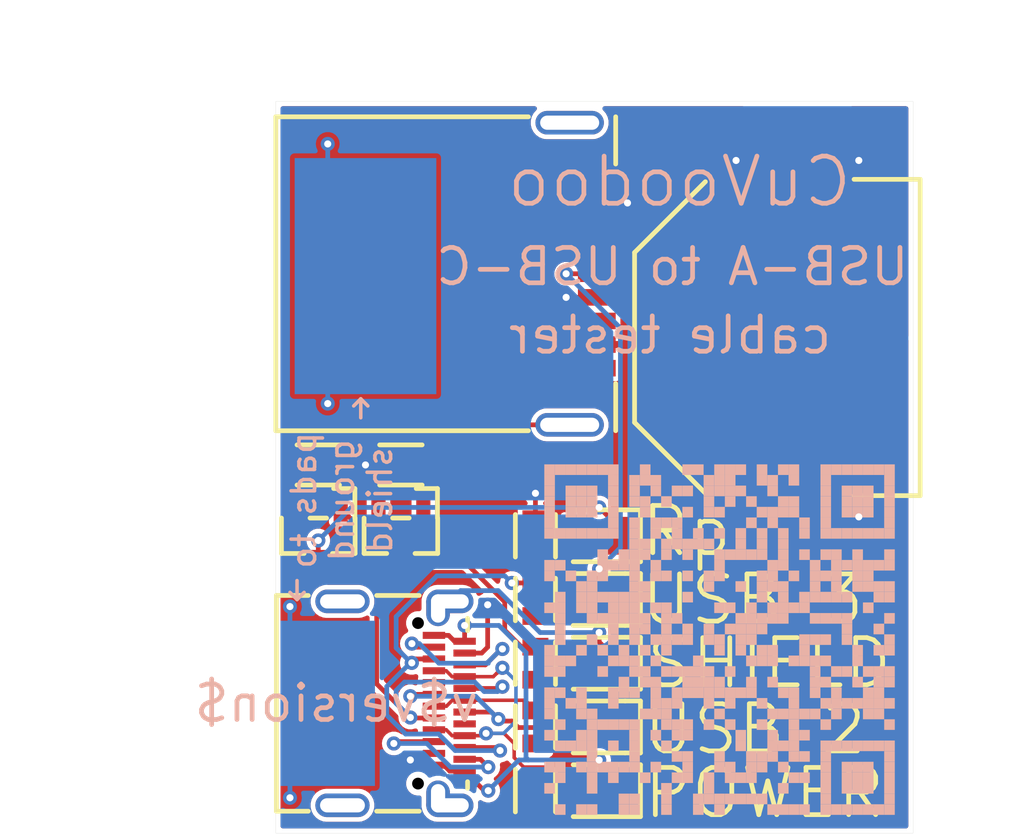
<source format=kicad_pcb>
(kicad_pcb (version 20211014) (generator pcbnew)

  (general
    (thickness 1.6)
  )

  (paper "A4")
  (title_block
    (title "USB-A to USB-C cable tester")
    (date "$date$")
    (rev "$version$.$revision$")
    (company "CuVoodoo")
    (comment 1 "King Kévin")
    (comment 2 "CERN-OHL-S")
  )

  (layers
    (0 "F.Cu" signal)
    (31 "B.Cu" signal)
    (33 "F.Adhes" user "F.Adhesive")
    (34 "B.Paste" user)
    (35 "F.Paste" user)
    (36 "B.SilkS" user "B.Silkscreen")
    (37 "F.SilkS" user "F.Silkscreen")
    (38 "B.Mask" user)
    (39 "F.Mask" user)
    (40 "Dwgs.User" user "User.Drawings")
    (44 "Edge.Cuts" user)
    (45 "Margin" user)
    (46 "B.CrtYd" user "B.Courtyard")
    (47 "F.CrtYd" user "F.Courtyard")
    (48 "B.Fab" user)
    (49 "F.Fab" user)
  )

  (setup
    (stackup
      (layer "F.SilkS" (type "Top Silk Screen"))
      (layer "F.Paste" (type "Top Solder Paste"))
      (layer "F.Mask" (type "Top Solder Mask") (thickness 0.01))
      (layer "F.Cu" (type "copper") (thickness 0.035))
      (layer "dielectric 1" (type "core") (thickness 1.51) (material "FR4") (epsilon_r 4.5) (loss_tangent 0.02))
      (layer "B.Cu" (type "copper") (thickness 0.035))
      (layer "B.Mask" (type "Bottom Solder Mask") (thickness 0.01))
      (layer "B.Paste" (type "Bottom Solder Paste"))
      (layer "B.SilkS" (type "Bottom Silk Screen"))
      (copper_finish "None")
      (dielectric_constraints no)
    )
    (pad_to_mask_clearance 0)
    (pcbplotparams
      (layerselection 0x00010fc_ffffffff)
      (disableapertmacros false)
      (usegerberextensions false)
      (usegerberattributes true)
      (usegerberadvancedattributes true)
      (creategerberjobfile true)
      (svguseinch false)
      (svgprecision 6)
      (excludeedgelayer true)
      (plotframeref false)
      (viasonmask false)
      (mode 1)
      (useauxorigin false)
      (hpglpennumber 1)
      (hpglpenspeed 20)
      (hpglpendiameter 15.000000)
      (dxfpolygonmode true)
      (dxfimperialunits true)
      (dxfusepcbnewfont true)
      (psnegative false)
      (psa4output false)
      (plotreference true)
      (plotvalue true)
      (plotinvisibletext false)
      (sketchpadsonfab false)
      (subtractmaskfromsilk false)
      (outputformat 1)
      (mirror false)
      (drillshape 1)
      (scaleselection 1)
      (outputdirectory "")
    )
  )

  (net 0 "")
  (net 1 "VCC")
  (net 2 "GND")
  (net 3 "/PWR-")
  (net 4 "Net-(D1-Pad2)")
  (net 5 "/USB2-")
  (net 6 "Net-(D2-Pad2)")
  (net 7 "/USB3-")
  (net 8 "Net-(D3-Pad2)")
  (net 9 "Net-(D4-Pad1)")
  (net 10 "Net-(D4-Pad2)")
  (net 11 "Net-(D5-Pad2)")
  (net 12 "Net-(J1-Pad8)")
  (net 13 "Net-(J1-Pad5)")
  (net 14 "/SH-A")
  (net 15 "Net-(J2-PadA3)")
  (net 16 "/PWR+")
  (net 17 "/Rp")
  (net 18 "/USB2+")
  (net 19 "unconnected-(J2-PadA8)")
  (net 20 "/USB3+")
  (net 21 "Net-(J2-PadA11)")
  (net 22 "unconnected-(J2-PadB8)")
  (net 23 "/SH-C")
  (net 24 "Net-(Q7-Pad3)")
  (net 25 "unconnected-(J1-Pad10)")
  (net 26 "unconnected-(J2-PadS2)")
  (net 27 "unconnected-(J2-PadS4)")
  (net 28 "unconnected-(J2-PadS3)")

  (footprint "qeda:UC1608X55N" (layer "F.Cu") (at 61.3 66.4))

  (footprint "qeda:LEDC2012X80N" (layer "F.Cu") (at 64 61 -90))

  (footprint "kikit:Tab" (layer "F.Cu") (at 77.55 49.9 180))

  (footprint "qeda:CONNECTOR_XKB_U262-24XN-4BV64" (layer "F.Cu") (at 54.375 65.4 -90))

  (footprint "qeda:UC1608X55N" (layer "F.Cu") (at 52.1 55.3 90))

  (footprint "kikit:Tab" (layer "F.Cu") (at 50 47.2))

  (footprint "qeda:LEDC2012X80N" (layer "F.Cu") (at 64 63.7 -90))

  (footprint "qeda:CONNECTOR_MY-1220-03" (layer "F.Cu") (at 71.5 49.9 -90))

  (footprint "qeda:UC1608X55N" (layer "F.Cu") (at 61.3 69.1))

  (footprint "qeda:CONNECTOR_U231-09XN-4BLRA00" (layer "F.Cu") (at 57.5 47.2 -90))

  (footprint "qeda:LEDC2012X80N" (layer "F.Cu") (at 64 69.1 -90))

  (footprint "qeda:UC1608X55N" (layer "F.Cu") (at 61.3 63.7))

  (footprint "qeda:UC1608X55N" (layer "F.Cu") (at 55.6 55.3 -90))

  (footprint "qeda:SOT95P237X112-3N" (layer "F.Cu") (at 55.6 58.3 -90))

  (footprint "qeda:SOT95P237X112-3N" (layer "F.Cu") (at 52.1 58.3 -90))

  (footprint "qeda:LEDC2012X80N" (layer "F.Cu") (at 64 58.3 -90))

  (footprint "qeda:LEDC2012X80N" (layer "F.Cu") (at 64 66.4 -90))

  (footprint "qeda:UC1608X55N" (layer "F.Cu") (at 61.3 58.3))

  (footprint "qeda:UC1608X55N" (layer "F.Cu") (at 61.3 61))

  (footprint "custom:pad_C" (layer "B.Cu") (at 52.4 65.4 180))

  (footprint "custom:QR" (layer "B.Cu") (at 69.1 62.7 180))

  (footprint "custom:pad_A" (layer "B.Cu") (at 54 47.3 180))

  (gr_line (start 53.9 52.5) (end 54.2 52.8) (layer "B.SilkS") (width 0.15) (tstamp 2db7a621-f609-43ea-903d-5b941448bb6e))
  (gr_line (start 51.2 61) (end 50.9 60.7) (layer "B.SilkS") (width 0.15) (tstamp 388bb237-8d08-4631-a8a2-09b5f4344305))
  (gr_line (start 53.9 52.5) (end 53.9 53.3) (layer "B.SilkS") (width 0.15) (tstamp 44e22fe2-1a80-407e-a9bf-de316572b05b))
  (gr_line (start 51.2 61) (end 51.2 60.2) (layer "B.SilkS") (width 0.15) (tstamp bbf7e3aa-ddbe-49b7-811e-a7738f81d416))
  (gr_line (start 51.2 61) (end 51.5 60.7) (layer "B.SilkS") (width 0.15) (tstamp cb1633dd-7f09-4f4f-b3f6-ae42711a437a))
  (gr_line (start 53.9 52.5) (end 53.6 52.8) (layer "B.SilkS") (width 0.15) (tstamp e2fca56c-de4e-47a9-8a1f-1b98c285ea5d))
  (gr_rect (start 50.3 39.9) (end 77.3 70.9) (layer "Edge.Cuts") (width 0.01) (fill none) (tstamp e110771b-8aba-42bd-84d6-617f9ea39dc4))
  (gr_text "cable tester" (at 67 49.8) (layer "B.SilkS") (tstamp 179cd2f8-9733-4954-85ff-39ca965aeee1)
    (effects (font (size 1.5 1.5) (thickness 0.2)) (justify mirror))
  )
  (gr_text "pads to\nground\nshield" (at 53.1 56.8 90) (layer "B.SilkS") (tstamp 26bf11ee-60c3-449d-a959-88123d982558)
    (effects (font (size 1 1) (thickness 0.15)) (justify mirror))
  )
  (gr_text "USB-A to USB-C" (at 67.1 46.9) (layer "B.SilkS") (tstamp 4d7a8855-27cb-41ec-a779-1e63df03c905)
    (effects (font (size 1.5 1.5) (thickness 0.2)) (justify mirror))
  )
  (gr_text "v$version$" (at 59 65.4) (layer "B.SilkS") (tstamp 792c4c1d-f5d1-4910-9abd-84049f176ad3)
    (effects (font (size 1.5 1.5) (thickness 0.2)) (justify left mirror))
  )
  (gr_text "CuVoodoo" (at 67.4 43.3) (layer "B.SilkS") (tstamp 8a3d6bd8-1b6d-4752-a0a8-fdb777df11ae)
    (effects (font (size 2 2) (thickness 0.2)) (justify mirror))
  )
  (gr_text "POWER" (at 71 69.2) (layer "F.SilkS") (tstamp 28d0cc7d-8de8-4b53-95ef-6dfe09ee3a59)
    (effects (font (size 2 2) (thickness 0.2)))
  )
  (gr_text "USB 2" (at 70.6 66.5) (layer "F.SilkS") (tstamp 3859f4e5-f8f6-455c-8d1a-163e06472d32)
    (effects (font (size 2 2) (thickness 0.2)))
  )
  (gr_text "USB 3" (at 70.5 61) (layer "F.SilkS") (tstamp 4c0f3b00-6ee3-44a9-9f3c-e2b80cccfc95)
    (effects (font (size 2 2) (thickness 0.2)))
  )
  (gr_text "Rp" (at 67.7 58.1) (layer "F.SilkS") (tstamp 99fc3018-400c-48b2-8606-a82ade13f88d)
    (effects (font (size 2 2) (thickness 0.2)))
  )
  (gr_text "SHIELD" (at 71.2 63.7) (layer "F.SilkS") (tstamp aa6aed97-74af-4bcd-9533-eb1f6168cfd8)
    (effects (font (size 2 2) (thickness 0.2)))
  )
  (dimension (type aligned) (layer "F.Fab") (tstamp 0987586c-4343-480a-ae15-bc1b4632f1d3)
    (pts (xy 50.3 39.9) (xy 50.3 70.9))
    (height 5.6)
    (gr_text "31.0000 mm" (at 43.55 55.4 90) (layer "F.Fab") (tstamp 0987586c-4343-480a-ae15-bc1b4632f1d3)
      (effects (font (size 1 1) (thickness 0.15)))
    )
    (format (units 3) (units_format 1) (precision 4))
    (style (thickness 0.1) (arrow_length 1.27) (text_position_mode 0) (extension_height 0.58642) (extension_offset 0.5) keep_text_aligned)
  )
  (dimension (type aligned) (layer "F.Fab") (tstamp d235e816-7f10-40ef-931c-0cccd106ef8e)
    (pts (xy 50.3 39.9) (xy 77.3 39.9))
    (height -2.3)
    (gr_text "27.0000 mm" (at 63.8 36.45) (layer "F.Fab") (tstamp d235e816-7f10-40ef-931c-0cccd106ef8e)
      (effects (font (size 1 1) (thickness 0.15)))
    )
    (format (units 3) (units_format 1) (precision 4))
    (style (thickness 0.1) (arrow_length 1.27) (text_position_mode 0) (extension_height 0.58642) (extension_offset 0.5) keep_text_aligned)
  )

  (segment (start 72.4 42.35) (end 69.85 42.35) (width 0.2) (layer "F.Cu") (net 1) (tstamp 0ec064ea-89a2-4805-b116-c83dc8e13768))
  (segment (start 57 67.52) (end 56.28 67.52) (width 0.2) (layer "F.Cu") (net 1) (tstamp 1b8b5758-c580-4557-87a1-b6222a8116e9))
  (segment (start 63.9 48.2) (end 62.6 48.2) (width 0.2) (layer "F.Cu") (net 1) (tstamp 3b85de12-8f5e-4ee5-baa0-b3e061d387b0))
  (segment (start 74.95 57.45) (end 75 57.5) (width 0.2) (layer "F.Cu") (net 1) (tstamp 40f41ae5-c0fa-46c5-bb56-d03490ca3c74))
  (segment (start 54.9 56.1) (end 54.9 55.3) (width 0.2) (layer "F.Cu") (net 1) (tstamp 5057673a-c73c-4efa-ae8a-95656c6fbaa2))
  (segment (start 56.28 67.52) (end 56 67.8) (width 0.2) (layer "F.Cu") (net 1) (tstamp 6355cadd-40a2-4caa-bf46-5786df19e887))
  (segment (start 59.024022 63.27) (end 58.3 63.27) (width 0.2) (layer "F.Cu") (net 1) (tstamp 69ec6134-374d-4104-8d1d-f52100048361))
  (segment (start 63.9 44.2) (end 65.2 44.2) (width 0.2) (layer "F.Cu") (net 1) (tstamp 8b0223ce-8578-461b-8300-b85dbef8cc65))
  (segment (start 74.95 42.35) (end 75 42.4) (width 0.2) (layer "F.Cu") (net 1) (tstamp 916ac31c-e257-4bf6-ab3c-881b663cb45e))
  (segment (start 61.3 57.6) (end 61.3 56.5005) (width 0.2) (layer "F.Cu") (net 1) (tstamp 9e0b6373-37a1-49ce-9330-a38e67a3ca82))
  (segment (start 59.276089 61.223911) (end 59.276089 63.017933) (width 0.2) (layer "F.Cu") (net 1) (tstamp 9e2debc8-f8b5-45d8-b683-92d0cd68a8b9))
  (segment (start 54.9 55.3) (end 54.1 55.3) (width 0.2) (layer "F.Cu") (net 1) (tstamp ad39febb-c199-4774-924f-74b31058784a))
  (segment (start 59.276089 63.017933) (end 59.024022 63.27) (width 0.2) (layer "F.Cu") (net 1) (tstamp b19d611f-10c6-4b82-a5fb-8b2a03084b94))
  (segment (start 72.4 57.45) (end 74.95 57.45) (width 0.2) (layer "F.Cu") (net 1) (tstamp b851d31a-dd8e-4bc1-832f-5ff796344720))
  (segment (start 54.65 57.15) (end 54.65 56.35) (width 0.2) (layer "F.Cu") (net 1) (tstamp c25dcda4-5e3c-40df-b2ac-0359c55bfe80))
  (segment (start 69.85 42.35) (end 69.8 42.4) (width 0.2) (layer "F.Cu") (net 1) (tstamp c7981b7d-a715-4d2c-895b-cb2badb347b7))
  (segment (start 54.65 56.35) (end 54.9 56.1) (width 0.2) (layer "F.Cu") (net 1) (tstamp e68da39b-9455-46ee-9023-e1d902ce8783))
  (segment (start 72.4 42.35) (end 74.95 42.35) (width 0.2) (layer "F.Cu") (net 1) (tstamp f5dcbef9-d186-485b-bd4f-c91f0d0e3850))
  (via (at 65.2 44.2) (size 0.6) (drill 0.3) (layers "F.Cu" "B.Cu") (net 1) (tstamp 4fa1f0af-4b89-4023-9992-28f7a0a9c009))
  (via (at 59.276089 61.223911) (size 0.6) (drill 0.3) (layers "F.Cu" "B.Cu") (net 1) (tstamp 522fea9f-551e-4434-8631-a4891a80df0c))
  (via (at 69.8 42.4) (size 0.6) (drill 0.3) (layers "F.Cu" "B.Cu") (free) (net 1) (tstamp 527aad75-89e0-49ea-9c73-e418cf7b772d))
  (via (at 75 57.5) (size 0.6) (drill 0.3) (layers "F.Cu" "B.Cu") (free) (net 1) (tstamp 5a6c3353-bd2a-461c-bfd6-749bbcb38c9f))
  (via (at 56 67.8) (size 0.6) (drill 0.3) (layers "F.Cu" "B.Cu") (net 1) (tstamp 64aed69c-80f4-4314-a1a8-c168a4b46aac))
  (via (at 54.1 55.3) (size 0.6) (drill 0.3) (layers "F.Cu" "B.Cu") (net 1) (tstamp cde70262-8de2-40e1-8ac2-f0f87b0935b8))
  (via (at 62.6 48.2) (size 0.6) (drill 0.3) (layers "F.Cu" "B.Cu") (net 1) (tstamp cf64a83f-fc0f-41f5-a09f-a473f2fcaeb8))
  (via (at 61.3 56.5005) (size 0.6) (drill 0.3) (layers "F.Cu" "B.Cu") (net 1) (tstamp d2cb9189-cf73-4ae4-849f-331b6c5d53fe))
  (via (at 75 42.4) (size 0.6) (drill 0.3) (layers "F.Cu" "B.Cu") (free) (net 1) (tstamp dece80db-b223-47d7-a844-ee468c4ea71a))
  (segment (start 51.15 57.15) (end 51.15 56.25) (width 0.2) (layer "F.Cu") (net 2) (tstamp 3e8c52f4-c292-41de-b893-dff2eb05e5b7))
  (segment (start 51.4 55.3) (end 51.4 56.1) (width 0.2) (layer "F.Cu") (net 2) (tstamp 5585f689-7e40-4829-8910-d2356495f5fc))
  (segment (start 51.4 56.1) (end 51.3 56.2) (width 0.2) (layer "F.Cu") (net 2) (tstamp 9b592365-c8d5-4a2e-badf-1836595f56dc))
  (segment (start 51.3 56.2) (end 50.8 56.2) (width 0.2) (layer "F.Cu") (net 2) (tstamp ad282a46-12ef-4760-80d9-dd50359b8f5e))
  (segment (start 51.3 56.2) (end 52 56.2) (width 0.2) (layer "F.Cu") (net 2) (tstamp e6904079-8b45-44a7-954b-50b7606e0247))
  (segment (start 51.15 56.25) (end 51.2 56.2) (width 0.2) (layer "F.Cu") (net 2) (tstamp e973af6f-a678-41e3-b6da-a874a1dde2aa))
  (via (at 52.5 52.7) (size 0.6) (drill 0.3) (layers "F.Cu" "B.Cu") (free) (net 2) (tstamp 0adbdb3a-b4d2-41cc-bf50-f2cae164ce39))
  (via (at 52.5 41.7) (size 0.6) (drill 0.3) (layers "F.Cu" "B.Cu") (free) (net 2) (tstamp 296fb7f1-1974-424c-a8b2-73df8b494b41))
  (via (at 50.9 69.4) (size 0.6) (drill 0.3) (layers "F.Cu" "B.Cu") (free) (net 2) (tstamp 5b108c2c-8a29-4a2e-91c4-542177498c7e))
  (via (at 50.9 61.3) (size 0.6) (drill 0.3) (layers "F.Cu" "B.Cu") (free) (net 2) (tstamp e17a7adb-d249-4f09-8b74-512b1d67ef6c))
  (segment (start 52.5 52.7) (end 52.5 47.2) (width 0.2) (layer "B.Cu") (net 2) (tstamp 2632d420-b156-40e8-9458-c0f98e590ea6))
  (segment (start 52.5 41.7) (end 52.5 47.2) (width 0.2) (layer "B.Cu") (net 2) (tstamp 2da33d65-0ee9-4772-a8d4-f309ba809487))
  (segment (start 50.9 61.3) (end 50.9 63.8) (width 0.2) (layer "B.Cu") (net 2) (tstamp 34f7e865-f565-4861-b0a2-849b03cfb77d))
  (segment (start 50.9 69.4) (end 50.9 67) (width 0.2) (layer "B.Cu") (net 2) (tstamp 6744e9b6-8143-42af-92b5-af9275c3ccb4))
  (segment (start 50.9 63.8) (end 52.5 65.4) (width 0.2) (layer "B.Cu") (net 2) (tstamp a048a9aa-add2-4616-9d3b-ce70a036ddcb))
  (segment (start 50.9 67) (end 52.5 65.4) (width 0.2) (layer "B.Cu") (net 2) (tstamp ee761e24-175e-43fe-a11c-7c6f54ca9a66))
  (segment (start 57.87 62.77) (end 58.3 62.77) (width 0.2) (layer "F.Cu") (net 3) (tstamp 28290c71-68de-4c28-8728-ad8c7232ab45))
  (segment (start 64.9 68.7) (end 64 67.8) (width 0.2) (layer "F.Cu") (net 3) (tstamp 30d00695-2761-4e24-8335-8327aaa75002))
  (segment (start 57.62 62.52) (end 57.87 62.77) (width 0.2) (layer "F.Cu") (net 3) (tstamp 33226df9-6400-49bc-887f-48f8f75bdba5))
  (segment (start 58.3 62.77) (end 58.3 62.1) (width 0.2) (layer "F.Cu") (net 3) (tstamp 3f0c5b8a-8754-48a3-907b-6d807b9c72b0))
  (segment (start 57 62.52) (end 57.62 62.52) (width 0.2) (layer "F.Cu") (net 3) (tstamp 64c92ce1-6f9d-46f2-b7a7-1128a377480f))
  (segment (start 64.9 69.1) (end 64.9 68.7) (width 0.2) (layer "F.Cu") (net 3) (tstamp 6c9b78b1-2421-4c64-a4af-ad160cdaab73))
  (segment (start 57.42 68.02) (end 57.67 68.27) (width 0.2) (layer "F.Cu") (net 3) (tstamp 72fcd135-1384-4732-8938-e7add491d0ec))
  (segment (start 59.13 69.1) (end 58.3 68.27) (width 0.2) (layer "F.Cu") (net 3) (tstamp 9e4290f1-51d5-4f7d-81b6-76bba4400bdb))
  (segment (start 59.3 69.1) (end 59.13 69.1) (width 0.2) (layer "F.Cu") (net 3) (tstamp a8abf6e0-f867-45c8-b60c-2e28824cb312))
  (segment (start 57.67 68.27) (end 58.3 68.27) (width 0.2) (layer "F.Cu") (net 3) (tstamp edd723ed-ada5-4c33-b836-6a765deb5ab8))
  (segment (start 57 68.02) (end 57.42 68.02) (width 0.2) (layer "F.Cu") (net 3) (tstamp f595d2d8-fada-4670-85d5-7eadd6975f3a))
  (via (at 58.3 62.1) (size 0.6) (drill 0.3) (layers "F.Cu" "B.Cu") (net 3) (tstamp 61228115-c3c1-4c09-9057-e8b0ee5d5179))
  (via (at 59.3 69.1) (size 0.6) (drill 0.3) (layers "F.Cu" "B.Cu") (net 3) (tstamp 8b661746-cf2c-4a6f-956a-30db112cbceb))
  (via (at 64 67.8) (size 0.6) (drill 0.3) (layers "F.Cu" "B.Cu") (net 3) (tstamp e57c7d3f-2011-4453-ba51-7180f65ec00b))
  (segment (start 64 67.8) (end 61 67.8) (width 0.2) (layer "B.Cu") (net 3) (tstamp 03560363-6a61-4260-ad7c-0a7b18fd9387))
  (segment (start 60.9 63.247986) (end 60.9 67.7) (width 0.2) (layer "B.Cu") (net 3) (tstamp 1dc02f56-c601-4978-ad6f-99ab3cb9600d))
  (segment (start 61 67.8) (end 60.6 67.8) (width 0.2) (layer "B.Cu") (net 3) (tstamp 262efff9-07f6-4127-8dae-3449e11ab2e2))
  (segment (start 59.752014 62.1) (end 60.9 63.247986) (width 0.2) (layer "B.Cu") (net 3) (tstamp 706d331e-9990-47fa-bd71-ffef050819a7))
  (segment (start 60.9 67.7) (end 61 67.8) (width 0.2) (layer "B.Cu") (net 3) (tstamp 8870284b-bbeb-44c8-a36c-49d893d9d8fa))
  (segment (start 60.6 67.8) (end 59.3 69.1) (width 0.2) (layer "B.Cu") (net 3) (tstamp 88a0a88a-c116-4b88-8174-b1fddfa375b8))
  (segment (start 58.3 62.1) (end 59.752014 62.1) (width 0.2) (layer "B.Cu") (net 3) (tstamp 8ec74bc7-7979-4d25-bb25-1002dd3211ed))
  (segment (start 62.4 69.8) (end 63.1 69.1) (width 0.2) (layer "F.Cu") (net 4) (tstamp 06509903-9442-42f4-87a3-aa6effd51270))
  (segment (start 61.3 69.8) (end 62.4 69.8) (width 0.2) (layer "F.Cu") (net 4) (tstamp 92e5436c-8cd0-4fdc-8734-73ea33ab81b2))
  (segment (start 59.434312 65.77) (end 58.3 65.77) (width 0.2) (layer "F.Cu") (net 5) (tstamp 0fc718bd-20bf-4e09-8059-b80b256078a1))
  (segment (start 56.08 65.02) (end 56 65.1) (width 0.2) (layer "F.Cu") (net 5) (tstamp 144cb0a8-c226-41b7-b231-5a667076bcd5))
  (segment (start 62.4 65.3) (end 63.949022 65.3) (width 0.2) (layer "F.Cu") (net 5) (tstamp 39e8fab7-e3b2-483d-bee8-a812d8a861cd))
  (segment (start 62.250489 66.273533) (end 62.250489 65.449511) (width 0.2) (layer "F.Cu") (net 5) (tstamp 5b4c0919-1e6b-4e97-9192-b1bf7a7caee7))
  (segment (start 59.729808 66.065496) (end 59.81529 66.150978) (width 0.2) (layer "F.Cu") (net 5) (tstamp 6244e5a5-1887-44c1-921a-22c225f4ed75))
  (segment (start 62.098533 66.425489) (end 62.250489 66.273533) (width 0.2) (layer "F.Cu") (net 5) (tstamp 67cffd96-66e1-4f8d-a493-5f1f80ab8495))
  (segment (start 64.9 66.250978) (end 64.9 66.4) (width 0.2) (layer "F.Cu") (net 5) (tstamp 812711a1-1db5-45f9-8402-3f59cef0a66e))
  (segment (start 57 65.02) (end 56.08 65.02) (width 0.2) (layer "F.Cu") (net 5) (tstamp 81492a5c-d7b0-4e18-9355-4604ecdbffbc))
  (segment (start 59.81529 66.150978) (end 60.3 66.150978) (width 0.2) (layer "F.Cu") (net 5) (tstamp b09ed1ab-bd78-457e-b690-5a269a22f9e2))
  (segment (start 62.250489 65.449511) (end 62.4 65.3) (width 0.2) (layer "F.Cu") (net 5) (tstamp b99c66e4-fe49-46ab-8449-b9ad6b94dbfc))
  (segment (start 60.3 66.150978) (end 60.574511 66.425489) (width 0.2) (layer "F.Cu") (net 5) (tstamp e95a020f-b884-4c3e-9086-4b4235ac5ec8))
  (segment (start 63.949022 65.3) (end 64.9 66.250978) (width 0.2) (layer "F.Cu") (net 5) (tstamp edc3baf0-16d6-4606-a34e-1ccbcaa52ab8))
  (segment (start 60.574511 66.425489) (end 62.098533 66.425489) (width 0.2) (layer "F.Cu") (net 5) (tstamp f141967a-c0ab-4b1e-ad40-f448b7f7d947))
  (segment (start 59.729808 66.065496) (end 59.434312 65.77) (width 0.2) (layer "F.Cu") (net 5) (tstamp fee3ca4b-a214-46b3-9cb4-84f213190977))
  (via (at 59.729808 66.065496) (size 0.6) (drill 0.3) (layers "F.Cu" "B.Cu") (net 5) (tstamp d16c3a18-cdc1-4179-9758-b39f74001ef6))
  (via (at 56 65.1) (size 0.6) (drill 0.3) (layers "F.Cu" "B.Cu") (net 5) (tstamp dead273e-4cd2-49fd-9279-ca8452283aec))
  (segment (start 59.729808 66.065496) (end 58.764312 65.1) (width 0.2) (layer "B.Cu") (net 5) (tstamp 6d43aa55-7c83-46a6-a197-3d6b71417ad4))
  (segment (start 58.764312 65.1) (end 56 65.1) (width 0.2) (layer "B.Cu") (net 5) (tstamp 82f2ee27-d41f-4f1d-b6c2-4795bb7b85de))
  (segment (start 62.4 67.1) (end 63.1 66.4) (width 0.2) (layer "F.Cu") (net 6) (tstamp c360a504-90a0-4d4b-be27-6c560537bcf3))
  (segment (start 61.3 67.1) (end 62.4 67.1) (width 0.2) (layer "F.Cu") (net 6) (tstamp e1eee509-ea3d-4376-92ce-6543c57e18f5))
  (segment (start 63.9 47.2) (end 62.6 47.2) (width 0.2) (layer "F.Cu") (net 7) (tstamp 082efa80-21ad-47b6-93ac-219b6d5d19ec))
  (segment (start 64 60.1) (end 64.9 61) (width 0.2) (layer "F.Cu") (net 7) (tstamp 0982c320-41d0-4282-82c8-c03c9c5254d1))
  (segment (start 64 59.7) (end 64 60.1) (width 0.2) (layer "F.Cu") (net 7) (tstamp 7ec8cb36-5a02-42fc-82ee-8cb2604766dd))
  (via (at 64 59.7) (size 0.6) (drill 0.3) (layers "F.Cu" "B.Cu") (net 7) (tstamp 63ceaa7b-3446-4530-808d-5bd8a9a9b270))
  (via (at 62.6 47.2) (size 0.6) (drill 0.3) (layers "F.Cu" "B.Cu") (net 7) (tstamp fed793c4-5920-4faa-8924-fb809828384f))
  (segment (start 64.900489 58.799511) (end 64.900489 49.500489) (width 0.2) (layer "B.Cu") (net 7) (tstamp 0d169fdd-0647-4144-b48a-f330c5b6aead))
  (segment (start 64 59.7) (end 64.900489 58.799511) (width 0.2) (layer "B.Cu") (net 7) (tstamp 4d411035-f8e7-4ab1-bccf-bb9ceced5881))
  (segment (start 64.900489 49.500489) (end 62.6 47.2) (width 0.2) (layer "B.Cu") (net 7) (tstamp 812beb1f-4872-4838-806c-81ab5e558f5f))
  (segment (start 62.4 61.7) (end 63.1 61) (width 0.2) (layer "F.Cu") (net 8) (tstamp 2d65021b-1d2c-4c04-b724-b366f1e833cf))
  (segment (start 61.3 61.7) (end 62.4 61.7) (width 0.2) (layer "F.Cu") (net 8) (tstamp 33696b01-17e0-42f4-97e2-ea740f87064e))
  (segment (start 52.1 58.5) (end 52.1 59.45) (width 0.2) (layer "F.Cu") (net 9) (tstamp 3c14ee8f-9a4f-46ea-afdb-aa9a9b7bf048))
  (segment (start 64.9 58) (end 64 57.1) (width 0.2) (layer "F.Cu") (net 9) (tstamp 7c7ab7b4-5070-4ed7-9886-e339d46c25fb))
  (segment (start 64.9 58.3) (end 64.9 58) (width 0.2) (layer "F.Cu") (net 9) (tstamp c19515e2-da46-48cf-938f-85c3f081425e))
  (via (at 64 57.1) (size 0.6) (drill 0.3) (layers "F.Cu" "B.Cu") (net 9) (tstamp 3af5ac5c-4cd6-4c08-91d9-7786621392e8))
  (via (at 52.1 58.5) (size 0.6) (drill 0.3) (layers "F.Cu" "B.Cu") (net 9) (tstamp ae2c0a70-2378-43ca-8685-04fb9d234ad8))
  (segment (start 64 57.1) (end 53.5 57.1) (width 0.2) (layer "B.Cu") (net 9) (tstamp 9dfc212d-9831-4f8e-8e12-6a1b371bf03e))
  (segment (start 53.5 57.1) (end 52.1 58.5) (width 0.2) (layer "B.Cu") (net 9) (tstamp e8caf5c6-8784-4cf3-bf4c-f587fe83f85c))
  (segment (start 61.3 59) (end 62.4 59) (width 0.2) (layer "F.Cu") (net 10) (tstamp 600bf926-757a-4ba3-85e6-922f96976d2a))
  (segment (start 62.4 59) (end 63.1 58.3) (width 0.2) (layer "F.Cu") (net 10) (tstamp d6297aad-2160-46a6-b90b-5d247f2de6a1))
  (segment (start 62.4 64.4) (end 63.1 63.7) (width 0.2) (layer "F.Cu") (net 11) (tstamp 8c73cd64-a10b-4858-8882-a99d1f846635))
  (segment (start 61.3 64.4) (end 62.4 64.4) (width 0.2) (layer "F.Cu") (net 11) (tstamp d00bd804-a559-4e7f-b2f8-adbbae07fff7))
  (segment (start 62.4 44.8) (end 62.8 45.2) (width 0.2) (layer "F.Cu") (net 12) (tstamp 45cfbb0f-1c5b-43ff-8533-b7e190cf389b))
  (segment (start 63.9 43.2) (end 62.8 43.2) (width 0.2) (layer "F.Cu") (net 12) (tstamp 4935fee8-0ddb-46bc-b996-bcf8323e668a))
  (segment (start 62.4 43.6) (end 62.4 44.8) (width 0.2) (layer "F.Cu") (net 12) (tstamp a962cbfa-7c3c-443d-a1fd-57c1f365e664))
  (segment (start 62.8 45.2) (end 63.9 45.2) (width 0.2) (layer "F.Cu") (net 12) (tstamp add3771a-39c6-4bbe-9d69-4a67a27dbc26))
  (segment (start 62.8 43.2) (end 62.4 43.6) (width 0.2) (layer "F.Cu") (net 12) (tstamp c1f4cebc-f59d-49cc-b8d8-cee160f95adb))
  (segment (start 63.9 49.2) (end 62.9 49.2) (width 0.2) (layer "F.Cu") (net 13) (tstamp 757b6d0a-4def-4e83-be0c-da2a4643d0a7))
  (segment (start 62.9 49.2) (end 62.4 49.7) (width 0.2) (layer "F.Cu") (net 13) (tstamp 8053613e-4da5-4674-956b-0172ac5f84a0))
  (segment (start 62.4 49.7) (end 62.4 50.7) (width 0.2) (layer "F.Cu") (net 13) (tstamp 88040059-67a4-499c-9026-190d2a993001))
  (segment (start 62.9 51.2) (end 63.9 51.2) (width 0.2) (layer "F.Cu") (net 13) (tstamp 89289089-3246-439a-a0bd-35dcbad4cb49))
  (segment (start 62.4 50.7) (end 62.9 51.2) (width 0.2) (layer "F.Cu") (net 13) (tstamp c6f8c1ef-a233-4fca-ad84-621eb972d8b5))
  (segment (start 58 53.6) (end 56.3 55.3) (width 0.2) (layer "F.Cu") (net 14) (tstamp 9313de47-ad3c-4255-81ae-34638695b0a0))
  (segment (start 56.55 57.15) (end 56.55 56.25) (width 0.2) (layer "F.Cu") (net 14) (tstamp af6bee64-140c-4c39-a693-c8ebf2547fbd))
  (segment (start 56.55 56.25) (end 56.55 55.55) (width 0.2) (layer "F.Cu") (net 14) (tstamp c6fe10ab-3b47-4805-b58f-7ed2d4409a05))
  (segment (start 62.75 53.6) (end 58 53.6) (width 0.2) (layer "F.Cu") (net 14) (tstamp d128ede1-b493-4347-8248-7237739ed435))
  (segment (start 56.55 55.55) (end 56.3 55.3) (width 0.2) (layer "F.Cu") (net 14) (tstamp e378255f-dad8-486a-a91b-a50579b46dca))
  (segment (start 58.3 63.77) (end 59.178085 63.77) (width 0.2) (layer "F.Cu") (net 15) (tstamp 1999fdda-b3cd-4b34-b78b-6b631e42f685))
  (segment (start 57 63.02) (end 56.216416 63.02) (width 0.2) (layer "F.Cu") (net 15) (tstamp 33ce2d79-cd34-4a55-8db9-806c37f11890))
  (segment (start 59.851589 63.096496) (end 59.900672 63.096496) (width 0.2) (layer "F.Cu") (net 15) (tstamp 6ffb6b44-1b6f-46b2-adf7-9dc8e95491f3))
  (segment (start 59.178085 63.77) (end 59.851589 63.096496) (width 0.2) (layer "F.Cu") (net 15) (tstamp 92d9609c-1018-4020-8408-b22e1b86c5ae))
  (segment (start 56.216416 63.02) (end 56.06596 62.869544) (width 0.2) (layer "F.Cu") (net 15) (tstamp 9e9355c0-df62-4a39-905b-9406ed732fc6))
  (via (at 56.06596 62.869544) (size 0.6) (drill 0.3) (layers "F.Cu" "B.Cu") (net 15) (tstamp 581f32bb-9ddc-4471-b080-76e130484983))
  (via (at 59.900672 63.096496) (size 0.6) (drill 0.3) (layers "F.Cu" "B.Cu") (net 15) (tstamp b758e163-5102-46e6-a850-b3b6ff0de536))
  (segment (start 59.3 63.648085) (end 59.3 63.7) (width 0.2) (layer "B.Cu") (net 15) (tstamp 279f8941-5e19-463c-8d8f-d5fc08dd1b0e))
  (segment (start 59.3 63.7) (end 57.211699 63.7) (width 0.2) (layer "B.Cu") (net 15) (tstamp 62edeeab-d68e-4848-b8b6-0a6e84f8c1a9))
  (segment (start 59.851589 63.096496) (end 59.3 63.648085) (width 0.2) (layer "B.Cu") (net 15) (tstamp 800742b1-ea68-430f-b38d-b650b44f9057))
  (segment (start 56.381243 62.869544) (end 56.06596 62.869544) (width 0.2) (layer "B.Cu") (net 15) (tstamp afc06b9b-0555-49ad-a75f-16ecde840603))
  (segment (start 59.900672 63.096496) (end 59.851589 63.096496) (width 0.2) (layer "B.Cu") (net 15) (tstamp c46343eb-af26-43f7-8b9b-17255129c1f2))
  (segment (start 57.211699 63.7) (end 56.381243 62.869544) (width 0.2) (layer "B.Cu") (net 15) (tstamp d835af60-ec0d-472e-b764-5789ed185a0a))
  (segment (start 57 64.02) (end 57.52 64.02) (width 0.15) (layer "F.Cu") (net 16) (tstamp 17b2821c-9b29-4198-aa70-180564528a28))
  (segment (start 59.207146 66.6705) (end 59.9705 66.6705) (width 0.15) (layer "F.Cu") (net 16) (tstamp 21860735-99ca-40fa-86d0-8a4e0e9d557b))
  (segment (start 59.899925 63.895998) (end 59.674934 64.120989) (width 0.15) (layer "F.Cu") (net 16) (tstamp 41cbf25a-2f94-4725-be3d-3c9fdf2a3017))
  (segment (start 59.107646 66.77) (end 59.207146 66.6705) (width 0.15) (layer "F.Cu") (net 16) (tstamp 4e6709cf-762d-427c-8534-22e2be7cb912))
  (segment (start 59.662529 64.120989) (end 59.513518 64.27) (width 0.15) (layer "F.Cu") (net 16) (tstamp 5b78b96f-bbfb-4d01-8f96-fddb62cc7b2b))
  (segment (start 58.3 66.77) (end 59.107646 66.77) (width 0.15) (layer "F.Cu") (net 16) (tstamp 6100481f-aff1-46d4-982f-3ff26d92b3f2))
  (segment (start 57 66.52) (end 57.52 66.52) (width 0.15) (layer "F.Cu") (net 16) (tstamp 6e65f4f8-9e8d-4724-8425-ecc50db044f1))
  (segment (start 59.513518 64.27) (end 58.3 64.27) (width 0.15) (layer "F.Cu") (net 16) (tstamp 74c59a5f-a887-47b2-8ba1-82797869c834))
  (segment (start 57.52 66.52) (end 57.77 66.77) (width 0.15) (layer "F.Cu") (net 16) (tstamp 80d0a409-42e8-426e-ba03-1b5244f06655))
  (segment (start 59.9705 66.6705) (end 60.4 67.1) (width 0.15) (layer "F.Cu") (net 16) (tstamp 87dd1b5b-8aad-4cd8-b03b-8219682c3779))
  (segment (start 57.52 64.02) (end 57.77 64.27) (width 0.15) (layer "F.Cu") (net 16) (tstamp 9013eee6-b64d-40fa-a83e-b27ec895221b))
  (segment (start 57.77 66.77) (end 58.3 66.77) (width 0.15) (layer "F.Cu") (net 16) (tstamp a0e57082-d29f-41ba-926e-5eb600adeb09))
  (segment (start 59.674934 64.120989) (end 59.662529 64.120989) (width 0.15) (layer "F.Cu") (net 16) (tstamp a59e34c0-205f-455d-b8c8-36e95924bcd8))
  (segment (start 61.1 68.4) (end 61.3 68.4) (width 0.15) (layer "F.Cu") (net 16) (tstamp ae0786e2-53b5-4f7f-9dc9-4f01b1eeb4d6))
  (segment (start 60.4 67.1) (end 60.4 67.7) (width 0.15) (layer "F.Cu") (net 16) (tstamp dc5f25db-aeee-4fae-b2d8-9ec545e2c84a))
  (segment (start 57.77 64.27) (end 58.3 64.27) (width 0.15) (layer "F.Cu") (net 16) (tstamp df20a2e8-6a68-4b24-a4aa-5430bf05df97))
  (segment (start 60.4 67.7) (end 61.1 68.4) (width 0.15) (layer "F.Cu") (net 16) (tstamp ecbe0046-f121-4584-94a9-cd17e6aec82e))
  (via (at 59.899925 63.895998) (size 0.6) (drill 0.3) (layers "F.Cu" "B.Cu") (net 16) (tstamp 7354a64d-c91d-4ac9-a819-952426dc9142))
  (via (at 59.207146 66.6705) (size 0.6) (drill 0.3) (layers "F.Cu" "B.Cu") (net 16) (tstamp cdea7b84-076c-4f56-aca0-5b8e84ab5297))
  (segment (start 59.954989 66.6705) (end 59.207146 66.6705) (width 0.15) (layer "B.Cu") (net 16) (tstamp 3f6b30f6-23b7-4d6e-8fbe-e3aa3c98e00a))
  (segment (start 60.017482 64) (end 60.475011 64.457529) (width 0.15) (layer "B.Cu") (net 16) (tstamp 65a3d422-7ee4-471e-96a4-5092c4d7a106))
  (segment (start 59.899925 63.895998) (end 60.003927 64) (width 0.15) (layer "B.Cu") (net 16) (tstamp b3665817-9b68-4f72-b6fd-11f6e1069296))
  (segment (start 60.475011 66.150478) (end 59.954989 66.6705) (width 0.15) (layer "B.Cu") (net 16) (tstamp b7715cd4-4546-4d5a-9eae-0c91f4af9278))
  (segment (start 60.003927 64) (end 60.017482 64) (width 0.15) (layer "B.Cu") (net 16) (tstamp ba1db7a5-b5f8-4c49-9498-fe7854c54e67))
  (segment (start 60.475011 64.457529) (end 60.475011 66.150478) (width 0.15) (layer "B.Cu") (net 16) (tstamp ee950e96-3105-47a9-b219-97d2819305c6))
  (segment (start 56 66) (end 54.57452 64.57452) (width 0.2) (layer "F.Cu") (net 17) (tstamp 37344c70-55e7-4b18-9f13-bb6e01d39c45))
  (segment (start 56.02 66.02) (end 56 66) (width 0.2) (layer "F.Cu") (net 17) (tstamp 403015a3-4731-4cbb-83e6-fecf924c41fe))
  (segment (start 59.826 64.77) (end 58.3 64.77) (width 0.2) (layer "F.Cu") (net 17) (tstamp 437cc4f3-1784-448c-ad2c-4e52c2e32efd))
  (segment (start 54.57452 58.67452) (end 53.05 57.15) (width 0.2) (layer "F.Cu") (net 17) (tstamp 642463f4-e7a0-49d2-9d7d-f32fbe9f483f))
  (segment (start 53.05 55.55) (end 52.8 55.3) (width 0.2) (layer "F.Cu") (net 17) (tstamp 710a1816-53cd-4825-9207-28017c5120bc))
  (segment (start 57 66.02) (end 56.02 66.02) (width 0.2) (layer "F.Cu") (net 17) (tstamp 7523f17d-577d-4f32-9757-c8c490a68615))
  (segment (start 59.9005 64.6955) (end 59.826 64.77) (width 0.2) (layer "F.Cu") (net 17) (tstamp b7277299-f263-4b1b-8872-bad30caded7f))
  (segment (start 54.57452 64.57452) (end 54.57452 58.67452) (width 0.2) (layer "F.Cu") (net 17) (tstamp c28c627c-8e2d-4db7-afe6-33bafe0a2f4d))
  (segment (start 53.05 57.15) (end 53.05 55.55) (width 0.2) (layer "F.Cu") (net 17) (tstamp f9081e4b-c1d0-4e5f-87cb-9386d8c59fbf))
  (via (at 59.9005 64.6955) (size 0.6) (drill 0.3) (layers "F.Cu" "B.Cu") (net 17) (tstamp 1058638b-0448-4b13-b8cd-6e6cb2991d52))
  (via (at 56 66) (size 0.6) (drill 0.3) (layers "F.Cu" "B.Cu") (net 17) (tstamp 5e70abfd-eaf8-448b-b8f0-9829f1f629c8))
  (segment (start 58.729807 64.500489) (end 55.751673 64.500489) (width 0.2) (layer "B.Cu") (net 17) (tstamp 33c36b57-c0bf-4461-9aaa-ce4e7747f214))
  (segment (start 59.696 64.9) (end 59.129318 64.9) (width 0.2) (layer "B.Cu") (net 17) (tstamp 6c98df7a-299e-4711-95fd-414992615bfb))
  (segment (start 55.400489 64.851673) (end 55.400489 65.400489) (width 0.2) (layer "B.Cu") (net 17) (tstamp 76bd36e9-2b15-433b-8623-8dc25ff5a400))
  (segment (start 59.9005 64.6955) (end 59.696 64.9) (width 0.2) (layer "B.Cu") (net 17) (tstamp 77535946-c973-4a96-95b8-11b8a2f8d983))
  (segment (start 59.129318 64.9) (end 58.729807 64.500489) (width 0.2) (layer "B.Cu") (net 17) (tstamp 96803f82-2a50-4ed3-ac99-6cfbad85dd8c))
  (segment (start 55.751673 64.500489) (end 55.400489 64.851673) (width 0.2) (layer "B.Cu") (net 17) (tstamp 9f0bc63f-1460-43a0-b805-0fa2112e7239))
  (segment (start 55.400489 65.400489) (end 56 66) (width 0.2) (layer "B.Cu") (net 17) (tstamp d7fd82c1-0548-469d-852b-f973ef1fedd6))
  (segment (start 58.3 65.27) (end 60.87 65.27) (width 0.15) (layer "F.Cu") (net 18) (tstamp 0c38640b-8b09-4f8b-b836-abe3013c930a))
  (segment (start 57.780489 65.27) (end 57.530489 65.52) (width 0.15) (layer "F.Cu") (net 18) (tstamp 9f875f3b-75d8-4ab5-ba15-ab57767145e5))
  (segment (start 57.530489 65.52) (end 57 65.52) (width 0.15) (layer "F.Cu") (net 18) (tstamp ae708ea0-f24a-4229-97fa-4a42c08438a3))
  (segment (start 60.87 65.27) (end 61.3 65.7) (width 0.15) (layer "F.Cu") (net 18) (tstamp c26527dd-e6bc-4e1c-9e48-befadafea0f0))
  (segment (start 58.3 65.27) (end 57.780489 65.27) (width 0.15) (layer "F.Cu") (net 18) (tstamp e0855b11-26db-4ead-90c1-ecd50a06b896))
  (segment (start 56.225715 63.52) (end 57 63.52) (width 0.2) (layer "F.Cu") (net 20) (tstamp 3acbcd2f-27c0-4709-979d-3b7336372b5d))
  (segment (start 59.67 67.27) (end 59.8 67.4) (width 0.2) (layer "F.Cu") (net 20) (tstamp 944ad369-e13b-4129-9657-05f054f31058))
  (segment (start 58.3 67.27) (end 59.67 67.27) (width 0.2) (layer "F.Cu") (net 20) (tstamp ce5a214e-e949-4e56-8f99-95557a3c80a2))
  (segment (start 56.061225 63.68449) (end 56.225715 63.52) (width 0.2) (layer "F.Cu") (net 20) (tstamp df4f1b29-697b-42ca-8eb1-ee4d1edfffb5))
  (segment (start 60.3 60.3) (end 61.3 60.3) (width 0.2) (layer "F.Cu") (net 20) (tstamp fddb5796-afc6-4507-a67a-652701b518de))
  (via (at 56.061225 63.68449) (size 0.6) (drill 0.3) (layers "F.Cu" "B.Cu") (net 20) (tstamp 5c5e998c-ab9c-45aa-9d11-93f4b917d5aa))
  (via (at 59.8 67.4) (size 0.6) (drill 0.3) (layers "F.Cu" "B.Cu") (net 20) (tstamp 6006943d-3a6b-47d6-aad6-b4b26f7ed1da))
  (via (at 60.3 60.3) (size 0.6) (drill 0.3) (layers "F.Cu" "B.Cu") (net 20) (tstamp cbcab39e-255e-4356-b4ad-568db02be456))
  (segment (start 55.80048 66.70048) (end 57.20048 66.70048) (width 0.2) (layer "B.Cu") (net 20) (tstamp 04c664a8-68e5-476a-89f5-7523558b0dac))
  (segment (start 55.00097 64.686186) (end 55.00097 65.90097) (width 0.2) (layer "B.Cu") (net 20) (tstamp 13866240-90b8-4f3a-b916-e41131788f4c))
  (segment (start 55.4 63.051422) (end 55.4 61.724308) (width 0.2) (layer "B.Cu") (net 20) (tstamp 1fa1b9a5-23af-4830-a50a-e74c8023bde1))
  (segment (start 55.4 61.724308) (end 57.124308 60) (width 0.2) (layer "B.Cu") (net 20) (tstamp 26098c39-2bae-419b-8cf1-7a6677cf507a))
  (segment (start 57.124308 60) (end 60 60) (width 0.2) (layer "B.Cu") (net 20) (tstamp 426fde91-1280-4d5d-9075-46502827b6c0))
  (segment (start 60 60) (end 60.3 60.3) (width 0.2) (layer "B.Cu") (net 20) (tstamp 51cf6a37-ecd8-4fb7-b019-43e2a1c3dc5e))
  (segment (start 56.061225 63.68449) (end 56.002666 63.68449) (width 0.2) (layer "B.Cu") (net 20) (tstamp 720190b3-9634-4e18-ab1e-7010e9155daf))
  (segment (start 57.9 67.4) (end 59.8 67.4) (width 0.2) (layer "B.Cu") (net 20) (tstamp 814e2a68-efef-43f5-9dbc-2174a0471912))
  (segment (start 56.033068 63.68449) (end 55.4 63.051422) (width 0.2) (layer "B.Cu") (net 20) (tstamp 8deff56e-f994-436f-aeb6-2b1e261a16e9))
  (segment (start 55.00097 65.90097) (end 55.80048 66.70048) (width 0.2) (layer "B.Cu") (net 20) (tstamp abe60521-ec8a-4eb7-bcfb-72ffd0c2e426))
  (segment (start 56.061225 63.68449) (end 56.033068 63.68449) (width 0.2) (layer "B.Cu") (net 20) (tstamp c17ed371-8862-49a8-a7d7-e671b77c9928))
  (segment (start 56.002666 63.68449) (end 55.00097 64.686186) (width 0.2) (layer "B.Cu") (net 20) (tstamp d7586676-0bba-4b4e-97f0-814e474c2e83))
  (segment (start 57.20048 66.70048) (end 57.9 67.4) (width 0.2) (layer "B.Cu") (net 20) (tstamp f1795a69-a6fa-4bb6-b64a-c8afbeec7bf6))
  (segment (start 58.97 67.77) (end 58.3 67.77) (width 0.2) (layer "F.Cu") (net 21) (tstamp 775920e1-4c27-4a46-b66a-3af97f817a69))
  (segment (start 59.3 68.1) (end 58.97 67.77) (width 0.2) (layer "F.Cu") (net 21) (tstamp 905925ae-53e8-4429-9d47-ac2bc3188113))
  (segment (start 55.3 67.1) (end 55.38 67.02) (width 0.2) (layer "F.Cu") (net 21) (tstamp 9b3eb714-d2ae-4526-927b-773770ce0b2b))
  (segment (start 55.38 67.02) (end 57 67.02) (width 0.2) (layer "F.Cu") (net 21) (tstamp bf8ba8a0-36d5-4e5d-ac0b-d5f75dc5f60d))
  (via (at 59.3 68.1) (size 0.6) (drill 0.3) (layers "F.Cu" "B.Cu") (net 21) (tstamp 2333aaf4-17d6-4e23-ad2e-82b13e48715f))
  (via (at 55.3 67.1) (size 0.6) (drill 0.3) (layers "F.Cu" "B.Cu") (net 21) (tstamp 66ab4398-1c3d-42ce-aa14-eefaae86af29))
  (segment (start 55.3 67.1) (end 56.7 67.1) (width 0.2) (layer "B.Cu") (net 21) (tstamp 0db5d3eb-0aa9-4d15-8285-ee974a6d29d1))
  (segment (start 56.7 67.1) (end 57.7 68.1) (width 0.2) (layer "B.Cu") (net 21) (tstamp 60cef33b-3572-45bd-a579-eb139a9c9c4e))
  (segment (start 57.7 68.1) (end 59.3 68.1) (width 0.2) (layer "B.Cu") (net 21) (tstamp aedd7e23-3f86-4a52-b801-94567ab2f8dc))
  (segment (start 64 62.4) (end 64 62.8) (width 0.2) (layer "F.Cu") (net 23) (tstamp 4652ec4f-ff8a-46de-be90-64316d88ae8b))
  (segment (start 64 62.8) (end 64.9 63.7) (width 0.2) (layer "F.Cu") (net 23) (tstamp 8f030a28-e814-4f86-97f5-b6867c9d6954))
  (via (at 64 62.4) (size 0.6) (drill 0.3) (layers "F.Cu" "B.Cu") (net 23) (tstamp c98be236-8792-4dce-b46b-7977c7d20059))
  (segment (start 59.7244 60.6244) (end 61.5 62.4) (width 0.2) (layer "B.Cu") (net 23) (tstamp 54717502-8c9c-4654-bc17-e5105d70bdbe))
  (segment (start 57.675 61.08) (end 58.1306 60.6244) (width 0.2) (layer "B.Cu") (net 23) (tstamp ab16fdc2-d25f-4858-9732-fb85b0f02e84))
  (segment (start 58.1306 60.6244) (end 59.7244 60.6244) (width 0.2) (layer "B.Cu") (net 23) (tstamp bffac24e-1225-4bd8-b80f-d69323019de7))
  (segment (start 61.5 62.4) (end 64 62.4) (width 0.2) (layer "B.Cu") (net 23) (tstamp e50fd9c4-0caf-4061-ade8-dc069a2699d0))
  (segment (start 61.3 63) (end 60.7 63) (width 0.2) (layer "F.Cu") (net 24) (tstamp 0a02fd0b-825d-452e-9f48-44ad8c7e0da8))
  (segment (start 60 62.3) (end 60 61.1) (width 0.2) (layer "F.Cu") (net 24) (tstamp 0ff2d5e7-b0fb-4ef2-8f64-ccbc7e617b2f))
  (segment (start 60 61.1) (end 58.35 59.45) (width 0.2) (layer "F.Cu") (net 24) (tstamp 56ba30d9-e431-4a78-af78-c2318f971a4a))
  (segment (start 58.35 59.45) (end 55.6 59.45) (width 0.2) (layer "F.Cu") (net 24) (tstamp 6a6c2336-ae3c-401b-a042-89bab3c1f621))
  (segment (start 60.7 63) (end 60 62.3) (width 0.2) (layer "F.Cu") (net 24) (tstamp a23e2efb-4113-4aef-b118-1b018a7277fc))

  (zone (net 2) (net_name "GND") (layer "F.Cu") (tstamp f1fb88a7-782f-4878-996d-83985135eb38) (hatch edge 0.508)
    (connect_pads (clearance 0.2))
    (min_thickness 0.2) (filled_areas_thickness no)
    (fill yes (thermal_gap 0.3) (thermal_bridge_width 0.3))
    (polygon
      (pts
        (xy 77.1 70.7)
        (xy 50.5 70.7)
        (xy 50.5 40.1)
        (xy 77.1 40.1)
      )
    )
    (filled_polygon
      (layer "F.Cu")
      (pts
        (xy 61.323669 40.119407)
        (xy 61.359633 40.168907)
        (xy 61.359633 40.230093)
        (xy 61.333107 40.270473)
        (xy 61.333349 40.270688)
        (xy 61.22056 40.397279)
        (xy 61.21777 40.402549)
        (xy 61.217769 40.40255)
        (xy 61.214526 40.408675)
        (xy 61.141224 40.547119)
        (xy 61.099919 40.711559)
        (xy 61.099031 40.881105)
        (xy 61.138612 41.045968)
        (xy 61.216375 41.196631)
        (xy 61.327831 41.324396)
        (xy 61.466547 41.421887)
        (xy 61.624513 41.483476)
        (xy 61.630428 41.484255)
        (xy 61.630429 41.484255)
        (xy 61.743624 41.499157)
        (xy 61.753826 41.5005)
        (xy 63.742516 41.5005)
        (xy 63.765443 41.497726)
        (xy 63.862398 41.485993)
        (xy 63.862401 41.485992)
        (xy 63.86832 41.485276)
        (xy 64.026923 41.425345)
        (xy 64.03184 41.421965)
        (xy 64.031843 41.421964)
        (xy 64.161733 41.332692)
        (xy 64.166651 41.329312)
        (xy 64.27944 41.202721)
        (xy 64.282665 41.196631)
        (xy 64.298135 41.167412)
        (xy 64.358776 41.052881)
        (xy 64.400081 40.888441)
        (xy 64.400969 40.718895)
        (xy 64.361388 40.554032)
        (xy 64.283625 40.403369)
        (xy 64.172169 40.275604)
        (xy 64.168094 40.27274)
        (xy 64.137692 40.220086)
        (xy 64.144086 40.159235)
        (xy 64.185026 40.113765)
        (xy 64.234528 40.1005)
        (xy 70.074079 40.1005)
        (xy 70.13227 40.119407)
        (xy 70.168234 40.168907)
        (xy 70.168234 40.230093)
        (xy 70.153496 40.254144)
        (xy 70.155448 40.255448)
        (xy 70.111133 40.321769)
        (xy 70.0995 40.380252)
        (xy 70.0995 41.834185)
        (xy 70.080593 41.892376)
        (xy 70.031093 41.92834)
        (xy 69.972134 41.929034)
        (xy 69.8815 41.901929)
        (xy 69.874739 41.899907)
        (xy 69.791497 41.899398)
        (xy 69.738427 41.899074)
        (xy 69.738426 41.899074)
        (xy 69.731376 41.899031)
        (xy 69.724599 41.900968)
        (xy 69.724598 41.900968)
        (xy 69.600309 41.93649)
        (xy 69.600307 41.936491)
        (xy 69.593529 41.938428)
        (xy 69.47228 42.01493)
        (xy 69.467613 42.020214)
        (xy 69.467611 42.020216)
        (xy 69.382044 42.117103)
        (xy 69.382042 42.117105)
        (xy 69.377377 42.122388)
        (xy 69.316447 42.252163)
        (xy 69.294391 42.393823)
        (xy 69.295306 42.40082)
        (xy 69.295306 42.400821)
        (xy 69.296814 42.412354)
        (xy 69.31298 42.535979)
        (xy 69.315821 42.542435)
        (xy 69.315821 42.542436)
        (xy 69.363348 42.650448)
        (xy 69.37072 42.667203)
        (xy 69.383792 42.682754)
        (xy 69.458431 42.771549)
        (xy 69.458434 42.771551)
        (xy 69.46297 42.776948)
        (xy 69.468841 42.780856)
        (xy 69.468842 42.780857)
        (xy 69.481143 42.789045)
        (xy 69.582313 42.85639)
        (xy 69.68292 42.887821)
        (xy 69.712425 42.897039)
        (xy 69.712426 42.897039)
        (xy 69.719157 42.899142)
        (xy 69.790828 42.900456)
        (xy 69.855445 42.901641)
        (xy 69.855447 42.901641)
        (xy 69.862499 42.90177)
        (xy 69.869302 42.899915)
        (xy 69.869304 42.899915)
        (xy 69.97446 42.871246)
        (xy 70.035575 42.874182)
        (xy 70.083292 42.912479)
        (xy 70.0995 42.96676)
        (xy 70.0995 44.319748)
        (xy 70.111133 44.378231)
        (xy 70.155448 44.444552)
        (xy 70.221769 44.488867)
        (xy 70.231332 44.490769)
        (xy 70.231334 44.49077)
        (xy 70.254005 44.495279)
        (xy 70.280252 44.5005)
        (xy 74.519748 44.5005)
        (xy 74.545995 44.495279)
        (xy 74.568666 44.49077)
        (xy 74.568668 44.490769)
        (xy 74.578231 44.488867)
        (xy 74.644552 44.444552)
        (xy 74.688867 44.378231)
        (xy 74.7005 44.319748)
        (xy 74.7005 42.965479)
        (xy 74.719407 42.907288)
        (xy 74.768907 42.871324)
        (xy 74.829021 42.870983)
        (xy 74.912422 42.897038)
        (xy 74.919157 42.899142)
        (xy 74.990828 42.900456)
        (xy 75.055445 42.901641)
        (xy 75.055447 42.901641)
        (xy 75.062499 42.90177)
    
... [135748 chars truncated]
</source>
